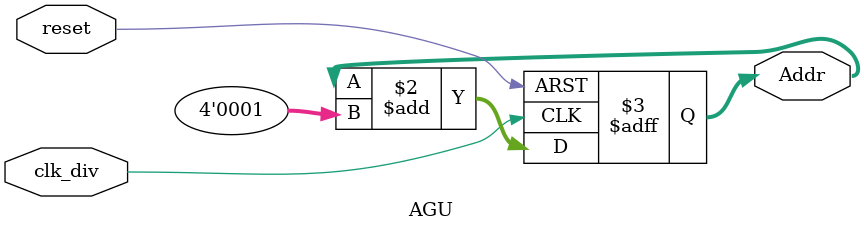
<source format=v>
module AGU(clk_div,reset,Addr);
input clk_div,reset;
output [4:0]Addr;
reg [4:0]Addr;
always@(posedge clk_div or posedge reset)
begin
	if(reset) 
	Addr <=4'd0;
	else
	Addr <=Addr+4'd1;		
end
endmodule

</source>
